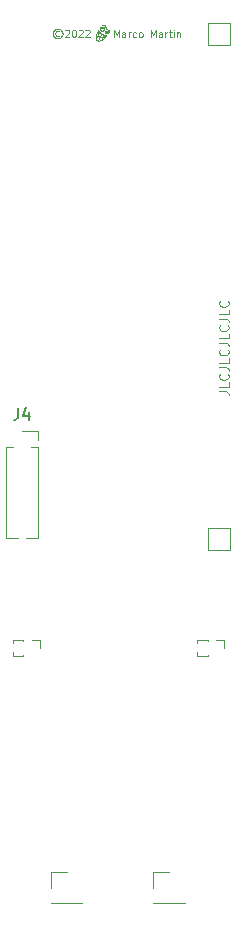
<source format=gbr>
%TF.GenerationSoftware,KiCad,Pcbnew,6.0.2*%
%TF.CreationDate,2022-05-05T15:52:23+02:00*%
%TF.ProjectId,espriktning-rear.sch,65737072-696b-4746-9e69-6e672d726561,rev?*%
%TF.SameCoordinates,Original*%
%TF.FileFunction,Legend,Top*%
%TF.FilePolarity,Positive*%
%FSLAX46Y46*%
G04 Gerber Fmt 4.6, Leading zero omitted, Abs format (unit mm)*
G04 Created by KiCad (PCBNEW 6.0.2) date 2022-05-05 15:52:23*
%MOMM*%
%LPD*%
G01*
G04 APERTURE LIST*
%ADD10C,0.045155*%
%ADD11C,0.120000*%
%ADD12C,0.100000*%
%ADD13C,0.150000*%
G04 APERTURE END LIST*
D10*
X39077889Y-30976250D02*
X39082922Y-30977953D01*
X38570702Y-30631891D02*
X38577758Y-30627368D01*
X38421562Y-31035774D02*
X38435849Y-31056413D01*
X38667933Y-30602191D02*
X38667933Y-30602191D01*
X38133570Y-31425056D02*
X38145937Y-31364655D01*
X38969071Y-31156316D02*
X38965484Y-31152553D01*
X38499453Y-31130985D02*
X38516947Y-31147686D01*
X38790901Y-30653126D02*
X38796659Y-30659166D01*
X38422695Y-31433409D02*
X38403462Y-31414155D01*
X38127121Y-31481294D02*
X38133570Y-31425056D01*
X38650152Y-30949100D02*
X38641449Y-30947994D01*
X38563884Y-30636740D02*
X38570702Y-30631891D01*
X38943914Y-31116961D02*
X38942211Y-31111928D01*
X38497562Y-30741047D02*
X38499504Y-30732633D01*
X39013459Y-31183175D02*
X39008425Y-31181472D01*
X39153448Y-31068636D02*
X39153866Y-31074138D01*
X38499504Y-30819556D02*
X38497562Y-30811142D01*
X38676882Y-30602418D02*
X38685713Y-30603089D01*
X38958863Y-31144530D02*
X38955842Y-31140283D01*
X38937341Y-31079713D02*
X38937341Y-31079713D01*
X38807288Y-30672045D02*
X38812136Y-30678864D01*
X38173890Y-31696803D02*
X38154930Y-31662769D01*
X38494927Y-30758314D02*
X38496033Y-30749611D01*
X38608139Y-30939445D02*
X38600242Y-30936332D01*
X38403462Y-31414155D02*
X38386188Y-31391977D01*
X38634962Y-31232409D02*
X38656766Y-31244050D01*
X39022867Y-31340568D02*
X39022867Y-31340568D01*
X38910257Y-30491007D02*
X38910257Y-30491007D01*
X38608139Y-30612744D02*
X38616219Y-30610010D01*
X38496033Y-30802578D02*
X38494927Y-30793875D01*
X39003506Y-30979893D02*
X39008425Y-30977953D01*
X38585040Y-30623180D02*
X38592538Y-30619340D01*
X38557314Y-30910287D02*
X38551004Y-30904821D01*
X38676882Y-30949772D02*
X38667933Y-30949998D01*
X38154930Y-31662769D02*
X38140495Y-31624108D01*
X38828170Y-30708404D02*
X38831284Y-30716301D01*
X38528578Y-30880144D02*
X38523729Y-30873326D01*
X38544964Y-30653126D02*
X38551004Y-30647368D01*
X39012889Y-31346269D02*
X38941962Y-31388092D01*
X38743327Y-30619340D02*
X38750825Y-30623180D01*
X38852370Y-31313615D02*
X38906994Y-31324858D01*
X39013459Y-30976250D02*
X39018600Y-30974790D01*
X39135505Y-31140283D02*
X39132485Y-31144530D01*
X38836361Y-30732633D02*
X38838303Y-30741047D01*
X39149137Y-31111928D02*
X39147433Y-31116961D01*
X38802125Y-30665476D02*
X38807288Y-30672045D01*
X38758215Y-31635336D02*
X38705194Y-31675850D01*
X38945854Y-31121881D02*
X38943914Y-31116961D01*
X38994036Y-30984455D02*
X38998707Y-30982062D01*
X38409862Y-31797667D02*
X38367040Y-31798628D01*
X39092641Y-30982062D02*
X39097312Y-30984455D01*
X38632885Y-30946465D02*
X38624472Y-30944523D01*
X38260165Y-31083296D02*
X38306306Y-31003481D01*
X39045674Y-31188046D02*
X39045674Y-31188046D01*
X38941962Y-31388092D02*
X38870888Y-31423777D01*
X38331830Y-31099991D02*
X38337178Y-31048014D01*
X38698383Y-31482083D02*
X38665657Y-31487828D01*
X39040099Y-30971520D02*
X39045674Y-30971380D01*
X38224266Y-31750617D02*
X38197095Y-31726117D01*
X38989499Y-31172362D02*
X38985104Y-31169544D01*
X39138323Y-31023538D02*
X39140932Y-31028075D01*
X39122277Y-31156316D02*
X39118515Y-31159903D01*
X38338901Y-31272471D02*
X38333086Y-31234510D01*
X38650152Y-30603089D02*
X38658984Y-30602418D01*
X39256638Y-30928616D02*
X39238108Y-31088265D01*
X38989499Y-30987063D02*
X38994036Y-30984455D01*
X39087842Y-31179532D02*
X39082922Y-31181472D01*
X38940751Y-31106787D02*
X38939542Y-31101546D01*
X38980856Y-30992901D02*
X38985104Y-30989881D01*
X38824687Y-30851489D02*
X38820847Y-30858987D01*
X39056750Y-31187487D02*
X39051249Y-31187905D01*
X38955842Y-31019143D02*
X38958863Y-31014895D01*
X39125864Y-31152553D02*
X39122277Y-31156316D01*
X38550971Y-31762185D02*
X38502106Y-31779539D01*
X38164502Y-31300186D02*
X38189542Y-31231741D01*
X38515019Y-30693202D02*
X38519206Y-30685919D01*
X39106244Y-30989881D02*
X39110491Y-30992901D01*
X39143324Y-31126680D02*
X39140932Y-31131351D01*
X39114584Y-31163308D02*
X39110491Y-31166524D01*
X38937900Y-31068636D02*
X38938589Y-31063215D01*
X39023841Y-31185845D02*
X39018600Y-31184635D01*
X38435849Y-31056413D02*
X38450785Y-31076243D01*
X39029176Y-31186798D02*
X39023841Y-31185845D01*
X38771982Y-30915449D02*
X38765164Y-30920298D01*
X38511178Y-30851489D02*
X38507696Y-30843786D01*
X38347230Y-31307120D02*
X38338901Y-31272471D01*
X39077889Y-31183175D02*
X39072748Y-31184635D01*
X38812136Y-30678864D02*
X38816659Y-30685919D01*
X38585040Y-30929009D02*
X38577758Y-30924821D01*
X38841610Y-30785044D02*
X38840938Y-30793875D01*
X38386188Y-31391977D02*
X38370984Y-31366796D01*
X39110491Y-31166524D02*
X39106244Y-31169544D01*
X38831284Y-30716301D02*
X38834018Y-30724381D01*
X39092641Y-31177363D02*
X39087842Y-31179532D01*
X38727727Y-30939445D02*
X38719646Y-30942179D01*
X39101848Y-30987063D02*
X39106244Y-30989881D01*
X38819029Y-31312059D02*
X38608064Y-31733989D01*
X38577758Y-30924821D02*
X38570702Y-30920298D01*
X38834018Y-30724381D02*
X38836361Y-30732633D01*
X39023841Y-30973580D02*
X39029176Y-30972628D01*
X39067507Y-30973580D02*
X39072748Y-30974790D01*
X38655104Y-30488156D02*
X38910257Y-30491007D01*
X38942211Y-31111928D02*
X38940751Y-31106787D01*
X38980856Y-31166524D02*
X38976764Y-31163308D01*
X38326791Y-31794310D02*
X38289393Y-31784807D01*
X38950416Y-31131351D02*
X38948023Y-31126680D01*
X38963838Y-31333813D02*
X39022867Y-31340568D01*
X38725749Y-31274938D02*
X38749920Y-31283925D01*
X38758108Y-30924821D02*
X38750825Y-30929009D01*
X39153448Y-31090789D02*
X39152759Y-31096211D01*
X38641449Y-30947994D02*
X38632885Y-30946465D01*
X38802125Y-30886713D02*
X38796659Y-30893023D01*
X38750825Y-30929009D02*
X38743327Y-30932849D01*
X38370984Y-31366796D02*
X38357961Y-31338536D01*
X38834018Y-30827808D02*
X38831284Y-30835888D01*
X38836361Y-30819556D02*
X38834018Y-30827808D01*
X39154007Y-31079713D02*
X39153866Y-31085287D01*
X38945854Y-31037544D02*
X38948023Y-31032746D01*
X38507696Y-30708404D02*
X38511178Y-30700700D01*
X38796659Y-30893023D02*
X38790901Y-30899063D01*
X38937341Y-31079713D02*
X38937482Y-31074138D01*
X39056750Y-30971939D02*
X39062172Y-30972628D01*
X38735624Y-30615857D02*
X38743327Y-30619340D01*
X38517000Y-31482723D02*
X38491040Y-31474395D01*
X39143324Y-31032746D02*
X39145494Y-31037544D01*
X38221337Y-31159413D02*
X38260165Y-31083296D01*
X38743327Y-30932849D02*
X38735624Y-30936332D01*
X38652794Y-31710434D02*
X38601294Y-31739181D01*
X38731849Y-31474263D02*
X38698383Y-31482083D01*
X38998707Y-30982062D02*
X39003506Y-30979893D01*
X38976764Y-30996118D02*
X38980856Y-30992901D01*
X38658984Y-30602418D02*
X38667933Y-30602191D01*
X38633782Y-31491420D02*
X38602867Y-31492783D01*
X39129269Y-31148623D02*
X39125864Y-31152553D01*
X38937482Y-31085287D02*
X38937341Y-31079713D01*
X39118515Y-31159903D02*
X39114584Y-31163308D01*
X39045674Y-30971380D02*
X39045674Y-30971380D01*
X38800555Y-31452707D02*
X38765943Y-31464445D01*
X38950416Y-31028075D02*
X38953024Y-31023538D01*
X39097312Y-30984455D02*
X39101848Y-30987063D01*
X39132485Y-31144530D02*
X39129269Y-31148623D01*
X38702980Y-30946465D02*
X38694416Y-30947994D01*
X38955842Y-31140283D02*
X38953024Y-31135887D01*
X38357961Y-31338536D02*
X38347230Y-31307120D01*
X38749920Y-31283925D02*
X38800000Y-31300000D01*
X38466367Y-31095274D02*
X38482591Y-31113518D01*
X38667933Y-30949998D02*
X38658984Y-30949772D01*
X38551004Y-30904821D02*
X38544964Y-30899063D01*
X38758108Y-30627368D02*
X38765164Y-30631891D01*
X39101848Y-31172362D02*
X39097312Y-31174971D01*
X38840938Y-30793875D02*
X38839832Y-30802578D01*
X39034597Y-31187487D02*
X39029176Y-31186798D01*
X38255126Y-31770212D02*
X38224266Y-31750617D01*
X38938589Y-31063215D02*
X38939542Y-31057880D01*
X39153866Y-31074138D02*
X39154007Y-31079713D01*
X38985104Y-30989881D02*
X38989499Y-30987063D01*
X38711394Y-30944523D02*
X38702980Y-30946465D01*
X38679168Y-31255011D02*
X38702163Y-31265304D01*
X38962079Y-31010803D02*
X38965484Y-31006872D01*
X39051249Y-31187905D02*
X39045674Y-31188046D01*
X39018600Y-30974790D02*
X39023841Y-30973580D01*
X38702163Y-31265304D02*
X38725749Y-31274938D01*
X38906994Y-31324858D02*
X38963838Y-31333813D01*
X38360038Y-30920064D02*
X38360038Y-30920064D01*
X38958863Y-31014895D02*
X38962079Y-31010803D01*
X39051249Y-30971520D02*
X39056750Y-30971939D01*
X38632885Y-30605724D02*
X38641449Y-30604195D01*
X38557314Y-30641902D02*
X38563884Y-30636740D01*
X38840938Y-30758314D02*
X38841610Y-30767146D01*
X38515019Y-30858987D02*
X38511178Y-30851489D01*
X39045674Y-30971380D02*
X39051249Y-30971520D01*
X38494927Y-30793875D02*
X38494256Y-30785044D01*
X38553817Y-31178833D02*
X38573184Y-31193300D01*
X38439863Y-31069735D02*
X38151924Y-31634208D01*
X38450785Y-31076243D02*
X38466367Y-31095274D01*
X38494256Y-30767146D02*
X38494927Y-30758314D01*
X38841836Y-30776095D02*
X38841836Y-30776095D01*
X38523729Y-30873326D02*
X38519206Y-30866270D01*
X38502106Y-31779539D02*
X38454976Y-31791335D01*
X38727727Y-30612744D02*
X38735624Y-30615857D01*
X38969071Y-31003110D02*
X38972833Y-30999522D01*
X39067507Y-31185845D02*
X39062172Y-31186798D01*
X38140495Y-31624108D02*
X38130862Y-31580914D01*
X38765943Y-31464445D02*
X38731849Y-31474263D01*
X38939542Y-31101546D02*
X38938589Y-31096211D01*
X38494029Y-30776095D02*
X38494029Y-30776095D01*
X38778551Y-30641902D02*
X38784861Y-30647368D01*
X39150596Y-31052638D02*
X39151806Y-31057880D01*
X38511178Y-30700700D02*
X38515019Y-30693202D01*
X39008425Y-30977953D02*
X39013459Y-30976250D01*
X38918211Y-31477287D02*
X38865002Y-31536148D01*
X38504582Y-30716301D02*
X38507696Y-30708404D01*
X38454976Y-31791335D02*
X38409862Y-31797667D01*
X38811577Y-31588800D02*
X38758215Y-31635336D01*
X38994036Y-31174971D02*
X38989499Y-31172362D01*
X38624472Y-30944523D02*
X38616219Y-30942179D01*
X39062172Y-30972628D02*
X39067507Y-30973580D01*
X39029176Y-30972628D02*
X39034597Y-30971939D01*
X38360038Y-30920064D02*
X38371008Y-30944911D01*
X38765164Y-30920298D02*
X38758108Y-30924821D01*
X39256638Y-30928616D02*
X39256638Y-30928616D01*
X38533740Y-30886713D02*
X38528578Y-30880144D01*
X38685713Y-30603089D02*
X38694416Y-30604195D01*
X39153866Y-31085287D02*
X39153448Y-31090789D01*
X39118515Y-30999522D02*
X39122277Y-31003110D01*
X38394959Y-30992026D02*
X38407931Y-31014315D01*
X38831284Y-30835888D02*
X38828170Y-30843786D01*
X38494029Y-30776095D02*
X38494256Y-30767146D01*
X39135505Y-31019143D02*
X39138323Y-31023538D01*
X38443776Y-31449816D02*
X38422695Y-31433409D01*
X38602363Y-31226533D02*
X38314424Y-31791006D01*
X38482591Y-31113518D02*
X38499453Y-31130985D01*
X39145494Y-31037544D02*
X39147433Y-31042464D01*
X38528578Y-30672045D02*
X38533740Y-30665476D01*
X38600242Y-30615857D02*
X38608139Y-30612744D01*
X39154007Y-31079713D02*
X39154007Y-31079713D01*
X38577758Y-30627368D02*
X38585040Y-30623180D01*
X38694416Y-30604195D02*
X38702980Y-30605724D01*
X38289393Y-31784807D02*
X38255126Y-31770212D01*
X38656766Y-31244050D02*
X38679168Y-31255011D01*
X38965484Y-31006872D02*
X38969071Y-31003110D01*
X38838303Y-30741047D02*
X38839832Y-30749611D01*
X39150596Y-31106787D02*
X39149137Y-31111928D01*
X38962079Y-31148623D02*
X38958863Y-31144530D01*
X38736354Y-30687717D02*
X38736250Y-30691825D01*
X38736250Y-30691825D02*
X38735942Y-30695879D01*
X38735942Y-30695879D02*
X38735434Y-30699874D01*
X38735434Y-30699874D02*
X38734732Y-30703805D01*
X38734732Y-30703805D02*
X38733841Y-30707667D01*
X38733841Y-30707667D02*
X38732765Y-30711455D01*
X38732765Y-30711455D02*
X38731510Y-30715164D01*
X38731510Y-30715164D02*
X38730081Y-30718789D01*
X38730081Y-30718789D02*
X38728482Y-30722325D01*
X38728482Y-30722325D02*
X38726719Y-30725767D01*
X38726719Y-30725767D02*
X38724797Y-30729109D01*
X38724797Y-30729109D02*
X38722721Y-30732348D01*
X38722721Y-30732348D02*
X38720495Y-30735478D01*
X38720495Y-30735478D02*
X38718126Y-30738493D01*
X38718126Y-30738493D02*
X38715617Y-30741390D01*
X38715617Y-30741390D02*
X38712974Y-30744162D01*
X38712974Y-30744162D02*
X38710201Y-30746805D01*
X38710201Y-30746805D02*
X38707305Y-30749314D01*
X38707305Y-30749314D02*
X38704290Y-30751684D01*
X38704290Y-30751684D02*
X38701160Y-30753909D01*
X38701160Y-30753909D02*
X38697921Y-30755985D01*
X38697921Y-30755985D02*
X38694578Y-30757908D01*
X38694578Y-30757908D02*
X38691136Y-30759670D01*
X38691136Y-30759670D02*
X38687601Y-30761269D01*
X38687601Y-30761269D02*
X38683976Y-30762698D01*
X38683976Y-30762698D02*
X38680267Y-30763953D01*
X38680267Y-30763953D02*
X38676479Y-30765029D01*
X38676479Y-30765029D02*
X38672617Y-30765920D01*
X38672617Y-30765920D02*
X38668686Y-30766622D01*
X38668686Y-30766622D02*
X38664691Y-30767130D01*
X38664691Y-30767130D02*
X38660637Y-30767438D01*
X38660637Y-30767438D02*
X38656529Y-30767542D01*
X38656529Y-30767542D02*
X38652422Y-30767438D01*
X38652422Y-30767438D02*
X38648368Y-30767130D01*
X38648368Y-30767130D02*
X38644373Y-30766622D01*
X38644373Y-30766622D02*
X38640442Y-30765920D01*
X38640442Y-30765920D02*
X38636580Y-30765029D01*
X38636580Y-30765029D02*
X38632792Y-30763953D01*
X38632792Y-30763953D02*
X38629083Y-30762698D01*
X38629083Y-30762698D02*
X38625458Y-30761269D01*
X38625458Y-30761269D02*
X38621922Y-30759670D01*
X38621922Y-30759670D02*
X38618480Y-30757908D01*
X38618480Y-30757908D02*
X38615137Y-30755985D01*
X38615137Y-30755985D02*
X38611899Y-30753909D01*
X38611899Y-30753909D02*
X38608769Y-30751684D01*
X38608769Y-30751684D02*
X38605754Y-30749314D01*
X38605754Y-30749314D02*
X38602857Y-30746805D01*
X38602857Y-30746805D02*
X38600085Y-30744162D01*
X38600085Y-30744162D02*
X38597442Y-30741390D01*
X38597442Y-30741390D02*
X38594933Y-30738493D01*
X38594933Y-30738493D02*
X38592563Y-30735478D01*
X38592563Y-30735478D02*
X38590338Y-30732348D01*
X38590338Y-30732348D02*
X38588261Y-30729109D01*
X38588261Y-30729109D02*
X38586339Y-30725767D01*
X38586339Y-30725767D02*
X38584576Y-30722325D01*
X38584576Y-30722325D02*
X38582978Y-30718789D01*
X38582978Y-30718789D02*
X38581549Y-30715164D01*
X38581549Y-30715164D02*
X38580294Y-30711455D01*
X38580294Y-30711455D02*
X38579218Y-30707667D01*
X38579218Y-30707667D02*
X38578327Y-30703805D01*
X38578327Y-30703805D02*
X38577625Y-30699874D01*
X38577625Y-30699874D02*
X38577117Y-30695879D01*
X38577117Y-30695879D02*
X38576809Y-30691825D01*
X38576809Y-30691825D02*
X38576705Y-30687717D01*
X38576705Y-30687717D02*
X38576809Y-30683610D01*
X38576809Y-30683610D02*
X38577117Y-30679556D01*
X38577117Y-30679556D02*
X38577625Y-30675561D01*
X38577625Y-30675561D02*
X38578327Y-30671630D01*
X38578327Y-30671630D02*
X38579218Y-30667768D01*
X38579218Y-30667768D02*
X38580294Y-30663980D01*
X38580294Y-30663980D02*
X38581549Y-30660271D01*
X38581549Y-30660271D02*
X38582978Y-30656646D01*
X38582978Y-30656646D02*
X38584576Y-30653110D01*
X38584576Y-30653110D02*
X38586339Y-30649668D01*
X38586339Y-30649668D02*
X38588261Y-30646326D01*
X38588261Y-30646326D02*
X38590338Y-30643087D01*
X38590338Y-30643087D02*
X38592563Y-30639957D01*
X38592563Y-30639957D02*
X38594933Y-30636942D01*
X38594933Y-30636942D02*
X38597442Y-30634045D01*
X38597442Y-30634045D02*
X38600085Y-30631273D01*
X38600085Y-30631273D02*
X38602857Y-30628630D01*
X38602857Y-30628630D02*
X38605754Y-30626121D01*
X38605754Y-30626121D02*
X38608769Y-30623751D01*
X38608769Y-30623751D02*
X38611899Y-30621526D01*
X38611899Y-30621526D02*
X38615137Y-30619449D01*
X38615137Y-30619449D02*
X38618480Y-30617527D01*
X38618480Y-30617527D02*
X38621922Y-30615765D01*
X38621922Y-30615765D02*
X38625458Y-30614166D01*
X38625458Y-30614166D02*
X38629083Y-30612737D01*
X38629083Y-30612737D02*
X38632792Y-30611482D01*
X38632792Y-30611482D02*
X38636580Y-30610406D01*
X38636580Y-30610406D02*
X38640442Y-30609515D01*
X38640442Y-30609515D02*
X38644373Y-30608813D01*
X38644373Y-30608813D02*
X38648368Y-30608305D01*
X38648368Y-30608305D02*
X38652422Y-30607997D01*
X38652422Y-30607997D02*
X38656529Y-30607893D01*
X38656529Y-30607893D02*
X38660637Y-30607997D01*
X38660637Y-30607997D02*
X38664691Y-30608305D01*
X38664691Y-30608305D02*
X38668686Y-30608813D01*
X38668686Y-30608813D02*
X38672617Y-30609515D01*
X38672617Y-30609515D02*
X38676479Y-30610406D01*
X38676479Y-30610406D02*
X38680267Y-30611482D01*
X38680267Y-30611482D02*
X38683976Y-30612737D01*
X38683976Y-30612737D02*
X38687601Y-30614166D01*
X38687601Y-30614166D02*
X38691136Y-30615765D01*
X38691136Y-30615765D02*
X38694578Y-30617527D01*
X38694578Y-30617527D02*
X38697921Y-30619449D01*
X38697921Y-30619449D02*
X38701160Y-30621526D01*
X38701160Y-30621526D02*
X38704290Y-30623751D01*
X38704290Y-30623751D02*
X38707305Y-30626121D01*
X38707305Y-30626121D02*
X38710201Y-30628630D01*
X38710201Y-30628630D02*
X38712974Y-30631273D01*
X38712974Y-30631273D02*
X38715617Y-30634045D01*
X38715617Y-30634045D02*
X38718126Y-30636942D01*
X38718126Y-30636942D02*
X38720495Y-30639957D01*
X38720495Y-30639957D02*
X38722721Y-30643087D01*
X38722721Y-30643087D02*
X38724797Y-30646326D01*
X38724797Y-30646326D02*
X38726719Y-30649668D01*
X38726719Y-30649668D02*
X38728482Y-30653110D01*
X38728482Y-30653110D02*
X38730081Y-30656646D01*
X38730081Y-30656646D02*
X38731510Y-30660271D01*
X38731510Y-30660271D02*
X38732765Y-30663980D01*
X38732765Y-30663980D02*
X38733841Y-30667768D01*
X38733841Y-30667768D02*
X38734732Y-30671630D01*
X38734732Y-30671630D02*
X38735434Y-30675561D01*
X38735434Y-30675561D02*
X38735942Y-30679556D01*
X38735942Y-30679556D02*
X38736250Y-30683610D01*
X38736250Y-30683610D02*
X38736354Y-30687717D01*
X38736354Y-30687717D02*
X38736354Y-30687717D01*
G36*
X38660637Y-30607997D02*
G01*
X38664691Y-30608305D01*
X38668686Y-30608813D01*
X38672617Y-30609515D01*
X38676479Y-30610406D01*
X38680267Y-30611482D01*
X38683976Y-30612737D01*
X38687601Y-30614166D01*
X38691136Y-30615765D01*
X38694578Y-30617527D01*
X38697921Y-30619449D01*
X38701160Y-30621526D01*
X38704290Y-30623751D01*
X38707305Y-30626121D01*
X38710201Y-30628630D01*
X38712974Y-30631273D01*
X38715617Y-30634045D01*
X38718126Y-30636942D01*
X38720495Y-30639957D01*
X38722721Y-30643087D01*
X38724797Y-30646326D01*
X38726719Y-30649668D01*
X38728482Y-30653110D01*
X38730081Y-30656646D01*
X38731510Y-30660271D01*
X38732765Y-30663980D01*
X38733841Y-30667768D01*
X38734732Y-30671630D01*
X38735434Y-30675561D01*
X38735942Y-30679556D01*
X38736250Y-30683610D01*
X38736354Y-30687717D01*
X38736250Y-30691825D01*
X38735942Y-30695879D01*
X38735434Y-30699874D01*
X38734732Y-30703805D01*
X38733841Y-30707667D01*
X38732765Y-30711455D01*
X38731510Y-30715164D01*
X38730081Y-30718789D01*
X38728482Y-30722325D01*
X38726719Y-30725767D01*
X38724797Y-30729109D01*
X38722721Y-30732348D01*
X38720495Y-30735478D01*
X38718126Y-30738493D01*
X38715617Y-30741390D01*
X38712974Y-30744162D01*
X38710201Y-30746805D01*
X38707305Y-30749314D01*
X38704290Y-30751684D01*
X38701160Y-30753909D01*
X38697921Y-30755985D01*
X38694578Y-30757908D01*
X38691136Y-30759670D01*
X38687601Y-30761269D01*
X38683976Y-30762698D01*
X38680267Y-30763953D01*
X38676479Y-30765029D01*
X38672617Y-30765920D01*
X38668686Y-30766622D01*
X38664691Y-30767130D01*
X38660637Y-30767438D01*
X38656529Y-30767542D01*
X38652422Y-30767438D01*
X38648368Y-30767130D01*
X38644373Y-30766622D01*
X38640442Y-30765920D01*
X38636580Y-30765029D01*
X38632792Y-30763953D01*
X38629083Y-30762698D01*
X38625458Y-30761269D01*
X38621922Y-30759670D01*
X38618480Y-30757908D01*
X38615137Y-30755985D01*
X38611899Y-30753909D01*
X38608769Y-30751684D01*
X38605754Y-30749314D01*
X38602857Y-30746805D01*
X38600085Y-30744162D01*
X38597442Y-30741390D01*
X38594933Y-30738493D01*
X38592563Y-30735478D01*
X38590338Y-30732348D01*
X38588261Y-30729109D01*
X38586339Y-30725767D01*
X38584576Y-30722325D01*
X38582978Y-30718789D01*
X38581549Y-30715164D01*
X38580294Y-30711455D01*
X38579218Y-30707667D01*
X38578327Y-30703805D01*
X38577625Y-30699874D01*
X38577117Y-30695879D01*
X38576809Y-30691825D01*
X38576705Y-30687717D01*
X38576809Y-30683610D01*
X38577117Y-30679556D01*
X38577625Y-30675561D01*
X38578327Y-30671630D01*
X38579218Y-30667768D01*
X38580294Y-30663980D01*
X38581549Y-30660271D01*
X38582978Y-30656646D01*
X38584576Y-30653110D01*
X38586339Y-30649668D01*
X38588261Y-30646326D01*
X38590338Y-30643087D01*
X38592563Y-30639957D01*
X38594933Y-30636942D01*
X38597442Y-30634045D01*
X38600085Y-30631273D01*
X38602857Y-30628630D01*
X38605754Y-30626121D01*
X38608769Y-30623751D01*
X38611899Y-30621526D01*
X38615137Y-30619449D01*
X38618480Y-30617527D01*
X38621922Y-30615765D01*
X38625458Y-30614166D01*
X38629083Y-30612737D01*
X38632792Y-30611482D01*
X38636580Y-30610406D01*
X38640442Y-30609515D01*
X38644373Y-30608813D01*
X38648368Y-30608305D01*
X38652422Y-30607997D01*
X38656529Y-30607893D01*
X38660637Y-30607997D01*
G37*
X38660637Y-30607997D02*
X38664691Y-30608305D01*
X38668686Y-30608813D01*
X38672617Y-30609515D01*
X38676479Y-30610406D01*
X38680267Y-30611482D01*
X38683976Y-30612737D01*
X38687601Y-30614166D01*
X38691136Y-30615765D01*
X38694578Y-30617527D01*
X38697921Y-30619449D01*
X38701160Y-30621526D01*
X38704290Y-30623751D01*
X38707305Y-30626121D01*
X38710201Y-30628630D01*
X38712974Y-30631273D01*
X38715617Y-30634045D01*
X38718126Y-30636942D01*
X38720495Y-30639957D01*
X38722721Y-30643087D01*
X38724797Y-30646326D01*
X38726719Y-30649668D01*
X38728482Y-30653110D01*
X38730081Y-30656646D01*
X38731510Y-30660271D01*
X38732765Y-30663980D01*
X38733841Y-30667768D01*
X38734732Y-30671630D01*
X38735434Y-30675561D01*
X38735942Y-30679556D01*
X38736250Y-30683610D01*
X38736354Y-30687717D01*
X38736250Y-30691825D01*
X38735942Y-30695879D01*
X38735434Y-30699874D01*
X38734732Y-30703805D01*
X38733841Y-30707667D01*
X38732765Y-30711455D01*
X38731510Y-30715164D01*
X38730081Y-30718789D01*
X38728482Y-30722325D01*
X38726719Y-30725767D01*
X38724797Y-30729109D01*
X38722721Y-30732348D01*
X38720495Y-30735478D01*
X38718126Y-30738493D01*
X38715617Y-30741390D01*
X38712974Y-30744162D01*
X38710201Y-30746805D01*
X38707305Y-30749314D01*
X38704290Y-30751684D01*
X38701160Y-30753909D01*
X38697921Y-30755985D01*
X38694578Y-30757908D01*
X38691136Y-30759670D01*
X38687601Y-30761269D01*
X38683976Y-30762698D01*
X38680267Y-30763953D01*
X38676479Y-30765029D01*
X38672617Y-30765920D01*
X38668686Y-30766622D01*
X38664691Y-30767130D01*
X38660637Y-30767438D01*
X38656529Y-30767542D01*
X38652422Y-30767438D01*
X38648368Y-30767130D01*
X38644373Y-30766622D01*
X38640442Y-30765920D01*
X38636580Y-30765029D01*
X38632792Y-30763953D01*
X38629083Y-30762698D01*
X38625458Y-30761269D01*
X38621922Y-30759670D01*
X38618480Y-30757908D01*
X38615137Y-30755985D01*
X38611899Y-30753909D01*
X38608769Y-30751684D01*
X38605754Y-30749314D01*
X38602857Y-30746805D01*
X38600085Y-30744162D01*
X38597442Y-30741390D01*
X38594933Y-30738493D01*
X38592563Y-30735478D01*
X38590338Y-30732348D01*
X38588261Y-30729109D01*
X38586339Y-30725767D01*
X38584576Y-30722325D01*
X38582978Y-30718789D01*
X38581549Y-30715164D01*
X38580294Y-30711455D01*
X38579218Y-30707667D01*
X38578327Y-30703805D01*
X38577625Y-30699874D01*
X38577117Y-30695879D01*
X38576809Y-30691825D01*
X38576705Y-30687717D01*
X38576809Y-30683610D01*
X38577117Y-30679556D01*
X38577625Y-30675561D01*
X38578327Y-30671630D01*
X38579218Y-30667768D01*
X38580294Y-30663980D01*
X38581549Y-30660271D01*
X38582978Y-30656646D01*
X38584576Y-30653110D01*
X38586339Y-30649668D01*
X38588261Y-30646326D01*
X38590338Y-30643087D01*
X38592563Y-30639957D01*
X38594933Y-30636942D01*
X38597442Y-30634045D01*
X38600085Y-30631273D01*
X38602857Y-30628630D01*
X38605754Y-30626121D01*
X38608769Y-30623751D01*
X38611899Y-30621526D01*
X38615137Y-30619449D01*
X38618480Y-30617527D01*
X38621922Y-30615765D01*
X38625458Y-30614166D01*
X38629083Y-30612737D01*
X38632792Y-30611482D01*
X38636580Y-30610406D01*
X38640442Y-30609515D01*
X38644373Y-30608813D01*
X38648368Y-30608305D01*
X38652422Y-30607997D01*
X38656529Y-30607893D01*
X38660637Y-30607997D01*
X39022867Y-31340568D02*
X38970926Y-31412125D01*
X38570702Y-30920298D02*
X38563884Y-30915449D01*
X38828170Y-30843786D02*
X38824687Y-30851489D01*
X39062172Y-31186798D02*
X39056750Y-31187487D01*
X38816659Y-30685919D02*
X38820847Y-30693202D01*
X38665657Y-31487828D02*
X38633782Y-31491420D01*
X38551004Y-30647368D02*
X38557314Y-30641902D01*
X38306306Y-31003481D02*
X38360038Y-30920064D01*
X38519206Y-30685919D02*
X38523729Y-30678864D01*
X39110491Y-30992901D02*
X39114584Y-30996118D01*
X38838303Y-30811142D02*
X38836361Y-30819556D01*
X39082922Y-30977953D02*
X39087842Y-30979893D01*
X38616219Y-30610010D02*
X38624472Y-30607666D01*
X38667933Y-30949998D02*
X38667933Y-30949998D01*
X38820847Y-30693202D02*
X38824687Y-30700700D01*
X39125864Y-31006872D02*
X39129269Y-31010803D01*
X38943914Y-31042464D02*
X38945854Y-31037544D01*
X38494256Y-30785044D02*
X38494029Y-30776095D01*
X38539206Y-30893023D02*
X38533740Y-30886713D01*
X38972833Y-31159903D02*
X38969071Y-31156316D01*
X38816659Y-30866270D02*
X38812136Y-30873326D01*
X38778551Y-30910287D02*
X38771982Y-30915449D01*
X38953024Y-31135887D02*
X38950416Y-31131351D01*
X38750825Y-30623180D02*
X38758108Y-30627368D01*
X38812136Y-30873326D02*
X38807288Y-30880144D01*
X38865002Y-31536148D02*
X38811577Y-31588800D01*
X38719646Y-30610010D02*
X38727727Y-30612744D01*
X39149137Y-31047498D02*
X39150596Y-31052638D01*
X38382649Y-30968894D02*
X38394959Y-30992026D01*
X39003051Y-31134767D02*
X39003116Y-31132208D01*
X39003116Y-31132208D02*
X39003308Y-31129683D01*
X39003308Y-31129683D02*
X39003624Y-31127194D01*
X39003624Y-31127194D02*
X39004061Y-31124746D01*
X39004061Y-31124746D02*
X39004616Y-31122340D01*
X39004616Y-31122340D02*
X39005286Y-31119980D01*
X39005286Y-31119980D02*
X39006068Y-31117670D01*
X39006068Y-31117670D02*
X39006959Y-31115411D01*
X39006959Y-31115411D02*
X39007954Y-31113209D01*
X39007954Y-31113209D02*
X39009053Y-31111065D01*
X39009053Y-31111065D02*
X39010250Y-31108982D01*
X39010250Y-31108982D02*
X39011543Y-31106965D01*
X39011543Y-31106965D02*
X39012930Y-31105015D01*
X39012930Y-31105015D02*
X39014406Y-31103137D01*
X39014406Y-31103137D02*
X39015969Y-31101332D01*
X39015969Y-31101332D02*
X39017615Y-31099605D01*
X39017615Y-31099605D02*
X39019342Y-31097959D01*
X39019342Y-31097959D02*
X39021147Y-31096396D01*
X39021147Y-31096396D02*
X39023025Y-31094920D01*
X39023025Y-31094920D02*
X39024975Y-31093533D01*
X39024975Y-31093533D02*
X39026992Y-31092240D01*
X39026992Y-31092240D02*
X39029075Y-31091042D01*
X39029075Y-31091042D02*
X39031219Y-31089944D01*
X39031219Y-31089944D02*
X39033422Y-31088948D01*
X39033422Y-31088948D02*
X39035680Y-31088058D01*
X39035680Y-31088058D02*
X39037990Y-31087276D01*
X39037990Y-31087276D02*
X39040350Y-31086606D01*
X39040350Y-31086606D02*
X39042756Y-31086051D01*
X39042756Y-31086051D02*
X39045205Y-31085614D01*
X39045205Y-31085614D02*
X39047693Y-31085297D01*
X39047693Y-31085297D02*
X39050219Y-31085105D01*
X39050219Y-31085105D02*
X39052777Y-31085041D01*
X39052777Y-31085041D02*
X39055336Y-31085105D01*
X39055336Y-31085105D02*
X39057862Y-31085297D01*
X39057862Y-31085297D02*
X39060350Y-31085614D01*
X39060350Y-31085614D02*
X39062799Y-31086051D01*
X39062799Y-31086051D02*
X39065205Y-31086606D01*
X39065205Y-31086606D02*
X39067565Y-31087276D01*
X39067565Y-31087276D02*
X39069875Y-31088058D01*
X39069875Y-31088058D02*
X39072133Y-31088948D01*
X39072133Y-31088948D02*
X39074336Y-31089944D01*
X39074336Y-31089944D02*
X39076480Y-31091042D01*
X39076480Y-31091042D02*
X39078563Y-31092240D01*
X39078563Y-31092240D02*
X39080580Y-31093533D01*
X39080580Y-31093533D02*
X39082530Y-31094920D01*
X39082530Y-31094920D02*
X39084408Y-31096396D01*
X39084408Y-31096396D02*
X39086213Y-31097959D01*
X39086213Y-31097959D02*
X39087940Y-31099605D01*
X39087940Y-31099605D02*
X39089586Y-31101332D01*
X39089586Y-31101332D02*
X39091149Y-31103137D01*
X39091149Y-31103137D02*
X39092625Y-31105015D01*
X39092625Y-31105015D02*
X39094012Y-31106965D01*
X39094012Y-31106965D02*
X39095305Y-31108982D01*
X39095305Y-31108982D02*
X39096502Y-31111065D01*
X39096502Y-31111065D02*
X39097601Y-31113209D01*
X39097601Y-31113209D02*
X39098596Y-31115411D01*
X39098596Y-31115411D02*
X39099487Y-31117670D01*
X39099487Y-31117670D02*
X39100269Y-31119980D01*
X39100269Y-31119980D02*
X39100939Y-31122340D01*
X39100939Y-31122340D02*
X39101494Y-31124746D01*
X39101494Y-31124746D02*
X39101931Y-31127194D01*
X39101931Y-31127194D02*
X39102247Y-31129683D01*
X39102247Y-31129683D02*
X39102439Y-31132208D01*
X39102439Y-31132208D02*
X39102504Y-31134767D01*
X39102504Y-31134767D02*
X39102439Y-31137326D01*
X39102439Y-31137326D02*
X39102247Y-31139852D01*
X39102247Y-31139852D02*
X39101931Y-31142340D01*
X39101931Y-31142340D02*
X39101494Y-31144789D01*
X39101494Y-31144789D02*
X39100939Y-31147195D01*
X39100939Y-31147195D02*
X39100269Y-31149554D01*
X39100269Y-31149554D02*
X39099487Y-31151865D01*
X39099487Y-31151865D02*
X39098596Y-31154123D01*
X39098596Y-31154123D02*
X39097601Y-31156326D01*
X39097601Y-31156326D02*
X39096502Y-31158470D01*
X39096502Y-31158470D02*
X39095305Y-31160552D01*
X39095305Y-31160552D02*
X39094012Y-31162570D01*
X39094012Y-31162570D02*
X39092625Y-31164520D01*
X39092625Y-31164520D02*
X39091149Y-31166398D01*
X39091149Y-31166398D02*
X39089586Y-31168202D01*
X39089586Y-31168202D02*
X39087940Y-31169929D01*
X39087940Y-31169929D02*
X39086213Y-31171576D01*
X39086213Y-31171576D02*
X39084408Y-31173139D01*
X39084408Y-31173139D02*
X39082530Y-31174615D01*
X39082530Y-31174615D02*
X39080580Y-31176001D01*
X39080580Y-31176001D02*
X39078563Y-31177295D01*
X39078563Y-31177295D02*
X39076480Y-31178492D01*
X39076480Y-31178492D02*
X39074336Y-31179590D01*
X39074336Y-31179590D02*
X39072133Y-31180586D01*
X39072133Y-31180586D02*
X39069875Y-31181477D01*
X39069875Y-31181477D02*
X39067565Y-31182258D01*
X39067565Y-31182258D02*
X39065205Y-31182928D01*
X39065205Y-31182928D02*
X39062799Y-31183484D01*
X39062799Y-31183484D02*
X39060350Y-31183921D01*
X39060350Y-31183921D02*
X39057862Y-31184237D01*
X39057862Y-31184237D02*
X39055336Y-31184429D01*
X39055336Y-31184429D02*
X39052777Y-31184494D01*
X39052777Y-31184494D02*
X39050219Y-31184429D01*
X39050219Y-31184429D02*
X39047693Y-31184237D01*
X39047693Y-31184237D02*
X39045205Y-31183921D01*
X39045205Y-31183921D02*
X39042756Y-31183484D01*
X39042756Y-31183484D02*
X39040350Y-31182928D01*
X39040350Y-31182928D02*
X39037990Y-31182258D01*
X39037990Y-31182258D02*
X39035680Y-31181477D01*
X39035680Y-31181477D02*
X39033422Y-31180586D01*
X39033422Y-31180586D02*
X39031219Y-31179590D01*
X39031219Y-31179590D02*
X39029075Y-31178492D01*
X39029075Y-31178492D02*
X39026992Y-31177295D01*
X39026992Y-31177295D02*
X39024975Y-31176001D01*
X39024975Y-31176001D02*
X39023025Y-31174615D01*
X39023025Y-31174615D02*
X39021147Y-31173139D01*
X39021147Y-31173139D02*
X39019342Y-31171576D01*
X39019342Y-31171576D02*
X39017615Y-31169929D01*
X39017615Y-31169929D02*
X39015969Y-31168202D01*
X39015969Y-31168202D02*
X39014406Y-31166398D01*
X39014406Y-31166398D02*
X39012930Y-31164520D01*
X39012930Y-31164520D02*
X39011543Y-31162570D01*
X39011543Y-31162570D02*
X39010250Y-31160552D01*
X39010250Y-31160552D02*
X39009053Y-31158470D01*
X39009053Y-31158470D02*
X39007954Y-31156326D01*
X39007954Y-31156326D02*
X39006959Y-31154123D01*
X39006959Y-31154123D02*
X39006068Y-31151865D01*
X39006068Y-31151865D02*
X39005286Y-31149554D01*
X39005286Y-31149554D02*
X39004616Y-31147195D01*
X39004616Y-31147195D02*
X39004061Y-31144789D01*
X39004061Y-31144789D02*
X39003624Y-31142340D01*
X39003624Y-31142340D02*
X39003308Y-31139852D01*
X39003308Y-31139852D02*
X39003116Y-31137326D01*
X39003116Y-31137326D02*
X39003051Y-31134767D01*
X39003051Y-31134767D02*
X39003051Y-31134767D01*
G36*
X39055336Y-31085105D02*
G01*
X39057862Y-31085297D01*
X39060350Y-31085614D01*
X39062799Y-31086051D01*
X39065205Y-31086606D01*
X39067565Y-31087276D01*
X39069875Y-31088058D01*
X39072133Y-31088948D01*
X39074336Y-31089944D01*
X39076480Y-31091042D01*
X39078563Y-31092240D01*
X39080580Y-31093533D01*
X39082530Y-31094920D01*
X39084408Y-31096396D01*
X39086213Y-31097959D01*
X39087940Y-31099605D01*
X39089586Y-31101332D01*
X39091149Y-31103137D01*
X39092625Y-31105015D01*
X39094012Y-31106965D01*
X39095305Y-31108982D01*
X39096502Y-31111065D01*
X39097601Y-31113209D01*
X39098596Y-31115411D01*
X39099487Y-31117670D01*
X39100269Y-31119980D01*
X39100939Y-31122340D01*
X39101494Y-31124746D01*
X39101931Y-31127194D01*
X39102247Y-31129683D01*
X39102439Y-31132208D01*
X39102504Y-31134767D01*
X39102439Y-31137326D01*
X39102247Y-31139852D01*
X39101931Y-31142340D01*
X39101494Y-31144789D01*
X39100939Y-31147195D01*
X39100269Y-31149554D01*
X39099487Y-31151865D01*
X39098596Y-31154123D01*
X39097601Y-31156326D01*
X39096502Y-31158470D01*
X39095305Y-31160552D01*
X39094012Y-31162570D01*
X39092625Y-31164520D01*
X39091149Y-31166398D01*
X39089586Y-31168202D01*
X39087940Y-31169929D01*
X39086213Y-31171576D01*
X39084408Y-31173139D01*
X39082530Y-31174615D01*
X39080580Y-31176001D01*
X39078563Y-31177295D01*
X39076480Y-31178492D01*
X39074336Y-31179590D01*
X39072133Y-31180586D01*
X39069875Y-31181477D01*
X39067565Y-31182258D01*
X39065205Y-31182928D01*
X39062799Y-31183484D01*
X39060350Y-31183921D01*
X39057862Y-31184237D01*
X39055336Y-31184429D01*
X39052777Y-31184494D01*
X39050219Y-31184429D01*
X39047693Y-31184237D01*
X39045205Y-31183921D01*
X39042756Y-31183484D01*
X39040350Y-31182928D01*
X39037990Y-31182258D01*
X39035680Y-31181477D01*
X39033422Y-31180586D01*
X39031219Y-31179590D01*
X39029075Y-31178492D01*
X39026992Y-31177295D01*
X39024975Y-31176001D01*
X39023025Y-31174615D01*
X39021147Y-31173139D01*
X39019342Y-31171576D01*
X39017615Y-31169929D01*
X39015969Y-31168202D01*
X39014406Y-31166398D01*
X39012930Y-31164520D01*
X39011543Y-31162570D01*
X39010250Y-31160552D01*
X39009053Y-31158470D01*
X39007954Y-31156326D01*
X39006959Y-31154123D01*
X39006068Y-31151865D01*
X39005286Y-31149554D01*
X39004616Y-31147195D01*
X39004061Y-31144789D01*
X39003624Y-31142340D01*
X39003308Y-31139852D01*
X39003116Y-31137326D01*
X39003051Y-31134767D01*
X39003116Y-31132208D01*
X39003308Y-31129683D01*
X39003624Y-31127194D01*
X39004061Y-31124746D01*
X39004616Y-31122340D01*
X39005286Y-31119980D01*
X39006068Y-31117670D01*
X39006959Y-31115411D01*
X39007954Y-31113209D01*
X39009053Y-31111065D01*
X39010250Y-31108982D01*
X39011543Y-31106965D01*
X39012930Y-31105015D01*
X39014406Y-31103137D01*
X39015969Y-31101332D01*
X39017615Y-31099605D01*
X39019342Y-31097959D01*
X39021147Y-31096396D01*
X39023025Y-31094920D01*
X39024975Y-31093533D01*
X39026992Y-31092240D01*
X39029075Y-31091042D01*
X39031219Y-31089944D01*
X39033422Y-31088948D01*
X39035680Y-31088058D01*
X39037990Y-31087276D01*
X39040350Y-31086606D01*
X39042756Y-31086051D01*
X39045205Y-31085614D01*
X39047693Y-31085297D01*
X39050219Y-31085105D01*
X39052777Y-31085041D01*
X39055336Y-31085105D01*
G37*
X39055336Y-31085105D02*
X39057862Y-31085297D01*
X39060350Y-31085614D01*
X39062799Y-31086051D01*
X39065205Y-31086606D01*
X39067565Y-31087276D01*
X39069875Y-31088058D01*
X39072133Y-31088948D01*
X39074336Y-31089944D01*
X39076480Y-31091042D01*
X39078563Y-31092240D01*
X39080580Y-31093533D01*
X39082530Y-31094920D01*
X39084408Y-31096396D01*
X39086213Y-31097959D01*
X39087940Y-31099605D01*
X39089586Y-31101332D01*
X39091149Y-31103137D01*
X39092625Y-31105015D01*
X39094012Y-31106965D01*
X39095305Y-31108982D01*
X39096502Y-31111065D01*
X39097601Y-31113209D01*
X39098596Y-31115411D01*
X39099487Y-31117670D01*
X39100269Y-31119980D01*
X39100939Y-31122340D01*
X39101494Y-31124746D01*
X39101931Y-31127194D01*
X39102247Y-31129683D01*
X39102439Y-31132208D01*
X39102504Y-31134767D01*
X39102439Y-31137326D01*
X39102247Y-31139852D01*
X39101931Y-31142340D01*
X39101494Y-31144789D01*
X39100939Y-31147195D01*
X39100269Y-31149554D01*
X39099487Y-31151865D01*
X39098596Y-31154123D01*
X39097601Y-31156326D01*
X39096502Y-31158470D01*
X39095305Y-31160552D01*
X39094012Y-31162570D01*
X39092625Y-31164520D01*
X39091149Y-31166398D01*
X39089586Y-31168202D01*
X39087940Y-31169929D01*
X39086213Y-31171576D01*
X39084408Y-31173139D01*
X39082530Y-31174615D01*
X39080580Y-31176001D01*
X39078563Y-31177295D01*
X39076480Y-31178492D01*
X39074336Y-31179590D01*
X39072133Y-31180586D01*
X39069875Y-31181477D01*
X39067565Y-31182258D01*
X39065205Y-31182928D01*
X39062799Y-31183484D01*
X39060350Y-31183921D01*
X39057862Y-31184237D01*
X39055336Y-31184429D01*
X39052777Y-31184494D01*
X39050219Y-31184429D01*
X39047693Y-31184237D01*
X39045205Y-31183921D01*
X39042756Y-31183484D01*
X39040350Y-31182928D01*
X39037990Y-31182258D01*
X39035680Y-31181477D01*
X39033422Y-31180586D01*
X39031219Y-31179590D01*
X39029075Y-31178492D01*
X39026992Y-31177295D01*
X39024975Y-31176001D01*
X39023025Y-31174615D01*
X39021147Y-31173139D01*
X39019342Y-31171576D01*
X39017615Y-31169929D01*
X39015969Y-31168202D01*
X39014406Y-31166398D01*
X39012930Y-31164520D01*
X39011543Y-31162570D01*
X39010250Y-31160552D01*
X39009053Y-31158470D01*
X39007954Y-31156326D01*
X39006959Y-31154123D01*
X39006068Y-31151865D01*
X39005286Y-31149554D01*
X39004616Y-31147195D01*
X39004061Y-31144789D01*
X39003624Y-31142340D01*
X39003308Y-31139852D01*
X39003116Y-31137326D01*
X39003051Y-31134767D01*
X39003116Y-31132208D01*
X39003308Y-31129683D01*
X39003624Y-31127194D01*
X39004061Y-31124746D01*
X39004616Y-31122340D01*
X39005286Y-31119980D01*
X39006068Y-31117670D01*
X39006959Y-31115411D01*
X39007954Y-31113209D01*
X39009053Y-31111065D01*
X39010250Y-31108982D01*
X39011543Y-31106965D01*
X39012930Y-31105015D01*
X39014406Y-31103137D01*
X39015969Y-31101332D01*
X39017615Y-31099605D01*
X39019342Y-31097959D01*
X39021147Y-31096396D01*
X39023025Y-31094920D01*
X39024975Y-31093533D01*
X39026992Y-31092240D01*
X39029075Y-31091042D01*
X39031219Y-31089944D01*
X39033422Y-31088948D01*
X39035680Y-31088058D01*
X39037990Y-31087276D01*
X39040350Y-31086606D01*
X39042756Y-31086051D01*
X39045205Y-31085614D01*
X39047693Y-31085297D01*
X39050219Y-31085105D01*
X39052777Y-31085041D01*
X39055336Y-31085105D01*
X38497562Y-30811142D02*
X38496033Y-30802578D01*
X38501848Y-30724381D02*
X38504582Y-30716301D01*
X38613761Y-31220078D02*
X38634962Y-31232409D01*
X38953024Y-31023538D02*
X38955842Y-31019143D01*
X39034597Y-30971939D02*
X39040099Y-30971520D01*
X38145937Y-31364655D02*
X38164502Y-31300186D01*
X38970926Y-31412125D02*
X38918211Y-31477287D01*
X38719646Y-30942179D02*
X38711394Y-30944523D01*
X38735624Y-30936332D02*
X38727727Y-30939445D01*
X38593167Y-31207045D02*
X38613761Y-31220078D01*
X38367040Y-31798628D02*
X38326791Y-31794310D01*
X38407931Y-31014315D02*
X38421562Y-31035774D01*
X38491040Y-31474395D02*
X38466595Y-31463452D01*
X39008425Y-31181472D02*
X39003506Y-31179532D01*
X39132485Y-31014895D02*
X39135505Y-31019143D01*
X38507696Y-30843786D02*
X38504582Y-30835888D01*
X38839832Y-30749611D02*
X38840938Y-30758314D01*
X38501848Y-30827808D02*
X38499504Y-30819556D01*
X39152759Y-31096211D02*
X39151806Y-31101546D01*
X39082922Y-31181472D02*
X39077889Y-31183175D01*
X38602867Y-31492783D02*
X38573025Y-31491839D01*
X38130862Y-31580914D02*
X38126311Y-31533278D01*
X38658984Y-30949772D02*
X38650152Y-30949100D01*
X38624472Y-30607666D02*
X38632885Y-30605724D01*
X39151806Y-31057880D02*
X39152759Y-31063215D01*
X38544964Y-30899063D02*
X38539206Y-30893023D01*
X38910257Y-30491007D02*
X38985805Y-30830261D01*
X38600242Y-30936332D02*
X38592538Y-30932849D01*
X38641449Y-30604195D02*
X38650152Y-30603089D01*
X38694416Y-30947994D02*
X38685713Y-30949100D01*
X38937482Y-31074138D02*
X38937900Y-31068636D01*
X38939542Y-31057880D02*
X38940751Y-31052638D01*
X39140932Y-31131351D02*
X39138323Y-31135887D01*
X38544366Y-31488512D02*
X38517000Y-31482723D01*
X38466595Y-31463452D02*
X38443776Y-31449816D01*
X38711394Y-30607666D02*
X38719646Y-30610010D01*
X38535070Y-31163632D02*
X38553817Y-31178833D01*
X38771982Y-30636740D02*
X38778551Y-30641902D01*
X38937341Y-31079713D02*
X38937341Y-31079713D01*
X38841610Y-30767146D02*
X38841836Y-30776095D01*
X38702980Y-30605724D02*
X38711394Y-30607666D01*
X38870888Y-31423777D02*
X38800555Y-31452707D01*
X38189542Y-31231741D02*
X38221337Y-31159413D01*
X38948023Y-31126680D02*
X38945854Y-31121881D01*
X39140932Y-31028075D02*
X39143324Y-31032746D01*
X38998707Y-31177363D02*
X38994036Y-31174971D01*
X39087842Y-30979893D02*
X39092641Y-30982062D01*
X38126311Y-31533278D02*
X38127121Y-31481294D01*
X39145494Y-31121881D02*
X39143324Y-31126680D01*
X38942211Y-31047498D02*
X38943914Y-31042464D01*
X38839832Y-30802578D02*
X38838303Y-30811142D01*
X38333086Y-31234510D02*
X38329895Y-31193161D01*
X38504582Y-30835888D02*
X38501848Y-30827808D01*
X38523729Y-30678864D02*
X38528578Y-30672045D01*
X38539206Y-30659166D02*
X38544964Y-30653126D01*
X39003506Y-31179532D02*
X38998707Y-31177363D01*
X39147433Y-31042464D02*
X39149137Y-31047498D01*
X39072748Y-31184635D02*
X39067507Y-31185845D01*
X38592538Y-30619340D02*
X38600242Y-30615857D01*
X38371008Y-30944911D02*
X38382649Y-30968894D01*
X38938589Y-31096211D02*
X38937900Y-31090789D01*
X38360038Y-30920064D02*
X38360038Y-30920064D01*
X38841836Y-30776095D02*
X38841610Y-30785044D01*
X39106244Y-31169544D02*
X39101848Y-31172362D01*
X38965484Y-31152553D02*
X38962079Y-31148623D01*
X39114584Y-30996118D02*
X39118515Y-30999522D01*
X38705194Y-31675850D02*
X38652794Y-31710434D01*
X38796659Y-30659166D02*
X38802125Y-30665476D01*
X38345593Y-30992340D02*
X38357187Y-30932892D01*
X38573184Y-31193300D02*
X38593167Y-31207045D01*
X38824687Y-30700700D02*
X38828170Y-30708404D01*
X38519206Y-30866270D02*
X38515019Y-30858987D01*
X38790901Y-30899063D02*
X38784861Y-30904821D01*
X39129269Y-31010803D02*
X39132485Y-31014895D01*
X38800000Y-31300000D02*
X38852370Y-31313615D01*
X38937900Y-31090789D02*
X38937482Y-31085287D01*
X38499504Y-30732633D02*
X38501848Y-30724381D01*
X38940751Y-31052638D02*
X38942211Y-31047498D01*
X38337178Y-31048014D02*
X38345593Y-30992340D01*
X39018600Y-31184635D02*
X39013459Y-31183175D01*
X38496033Y-30749611D02*
X38497562Y-30741047D01*
X38329895Y-31193161D02*
X38329440Y-31148347D01*
X39040099Y-31187905D02*
X39034597Y-31187487D01*
X39151806Y-31101546D02*
X39150596Y-31106787D01*
X39097312Y-31174971D02*
X39092641Y-31177363D01*
X38592538Y-30932849D02*
X38585040Y-30929009D01*
X38976764Y-31163308D02*
X38972833Y-31159903D01*
X38784861Y-30904821D02*
X38778551Y-30910287D01*
X38807288Y-30880144D02*
X38802125Y-30886713D01*
X38784861Y-30647368D02*
X38790901Y-30653126D01*
X38985104Y-31169544D02*
X38980856Y-31166524D01*
X38197095Y-31726117D02*
X38173890Y-31696803D01*
X39045674Y-31188046D02*
X39040099Y-31187905D01*
X38616219Y-30942179D02*
X38608139Y-30939445D01*
X39072748Y-30974790D02*
X39077889Y-30976250D01*
X38329440Y-31148347D02*
X38331830Y-31099991D01*
X38516947Y-31147686D02*
X38535070Y-31163632D01*
X38765164Y-30631891D02*
X38771982Y-30636740D01*
X39122277Y-31003110D02*
X39125864Y-31006872D01*
X38948023Y-31032746D02*
X38950416Y-31028075D01*
X38533740Y-30665476D02*
X38539206Y-30659166D01*
X38667933Y-30602191D02*
X38676882Y-30602418D01*
X38820847Y-30858987D02*
X38816659Y-30866270D01*
X38573025Y-31491839D02*
X38544366Y-31488512D01*
X38563884Y-30915449D02*
X38557314Y-30910287D01*
X38685713Y-30949100D02*
X38676882Y-30949772D01*
X39138323Y-31135887D02*
X39135505Y-31140283D01*
X39147433Y-31116961D02*
X39145494Y-31121881D01*
X38841836Y-30776095D02*
X38841836Y-30776095D01*
X39152759Y-31063215D02*
X39153448Y-31068636D01*
X38601294Y-31739181D02*
X38550971Y-31762185D01*
X38985805Y-30830261D02*
X38985805Y-30830261D01*
X38985805Y-30830261D02*
X39256638Y-30928616D01*
X38972833Y-30999522D02*
X38976764Y-30996118D01*
D11*
X48586904Y-61495238D02*
X49158333Y-61495238D01*
X49272619Y-61533333D01*
X49348809Y-61609523D01*
X49386904Y-61723809D01*
X49386904Y-61800000D01*
X49386904Y-60733333D02*
X49386904Y-61114285D01*
X48586904Y-61114285D01*
X49310714Y-60009523D02*
X49348809Y-60047619D01*
X49386904Y-60161904D01*
X49386904Y-60238095D01*
X49348809Y-60352380D01*
X49272619Y-60428571D01*
X49196428Y-60466666D01*
X49044047Y-60504761D01*
X48929761Y-60504761D01*
X48777380Y-60466666D01*
X48701190Y-60428571D01*
X48625000Y-60352380D01*
X48586904Y-60238095D01*
X48586904Y-60161904D01*
X48625000Y-60047619D01*
X48663095Y-60009523D01*
X48586904Y-59438095D02*
X49158333Y-59438095D01*
X49272619Y-59476190D01*
X49348809Y-59552380D01*
X49386904Y-59666666D01*
X49386904Y-59742857D01*
X49386904Y-58676190D02*
X49386904Y-59057142D01*
X48586904Y-59057142D01*
X49310714Y-57952380D02*
X49348809Y-57990476D01*
X49386904Y-58104761D01*
X49386904Y-58180952D01*
X49348809Y-58295238D01*
X49272619Y-58371428D01*
X49196428Y-58409523D01*
X49044047Y-58447619D01*
X48929761Y-58447619D01*
X48777380Y-58409523D01*
X48701190Y-58371428D01*
X48625000Y-58295238D01*
X48586904Y-58180952D01*
X48586904Y-58104761D01*
X48625000Y-57990476D01*
X48663095Y-57952380D01*
X48586904Y-57380952D02*
X49158333Y-57380952D01*
X49272619Y-57419047D01*
X49348809Y-57495238D01*
X49386904Y-57609523D01*
X49386904Y-57685714D01*
X49386904Y-56619047D02*
X49386904Y-57000000D01*
X48586904Y-57000000D01*
X49310714Y-55895238D02*
X49348809Y-55933333D01*
X49386904Y-56047619D01*
X49386904Y-56123809D01*
X49348809Y-56238095D01*
X49272619Y-56314285D01*
X49196428Y-56352380D01*
X49044047Y-56390476D01*
X48929761Y-56390476D01*
X48777380Y-56352380D01*
X48701190Y-56314285D01*
X48625000Y-56238095D01*
X48586904Y-56123809D01*
X48586904Y-56047619D01*
X48625000Y-55933333D01*
X48663095Y-55895238D01*
X48586904Y-55323809D02*
X49158333Y-55323809D01*
X49272619Y-55361904D01*
X49348809Y-55438095D01*
X49386904Y-55552380D01*
X49386904Y-55628571D01*
X49386904Y-54561904D02*
X49386904Y-54942857D01*
X48586904Y-54942857D01*
X49310714Y-53838095D02*
X49348809Y-53876190D01*
X49386904Y-53990476D01*
X49386904Y-54066666D01*
X49348809Y-54180952D01*
X49272619Y-54257142D01*
X49196428Y-54295238D01*
X49044047Y-54333333D01*
X48929761Y-54333333D01*
X48777380Y-54295238D01*
X48701190Y-54257142D01*
X48625000Y-54180952D01*
X48586904Y-54066666D01*
X48586904Y-53990476D01*
X48625000Y-53876190D01*
X48663095Y-53838095D01*
D12*
X35042455Y-31022689D02*
X34985312Y-30994118D01*
X34871027Y-30994118D01*
X34813884Y-31022689D01*
X34756741Y-31079832D01*
X34728170Y-31136975D01*
X34728170Y-31251261D01*
X34756741Y-31308404D01*
X34813884Y-31365546D01*
X34871027Y-31394118D01*
X34985312Y-31394118D01*
X35042455Y-31365546D01*
X34928170Y-30794118D02*
X34785312Y-30822689D01*
X34642455Y-30908404D01*
X34556741Y-31051261D01*
X34528170Y-31194118D01*
X34556741Y-31336975D01*
X34642455Y-31479832D01*
X34785312Y-31565546D01*
X34928170Y-31594118D01*
X35071027Y-31565546D01*
X35213884Y-31479832D01*
X35299598Y-31336975D01*
X35328170Y-31194118D01*
X35299598Y-31051261D01*
X35213884Y-30908404D01*
X35071027Y-30822689D01*
X34928170Y-30794118D01*
X35556741Y-30936975D02*
X35585312Y-30908404D01*
X35642455Y-30879832D01*
X35785312Y-30879832D01*
X35842455Y-30908404D01*
X35871027Y-30936975D01*
X35899598Y-30994118D01*
X35899598Y-31051261D01*
X35871027Y-31136975D01*
X35528170Y-31479832D01*
X35899598Y-31479832D01*
X36271027Y-30879832D02*
X36328170Y-30879832D01*
X36385312Y-30908404D01*
X36413884Y-30936975D01*
X36442455Y-30994118D01*
X36471027Y-31108404D01*
X36471027Y-31251261D01*
X36442455Y-31365546D01*
X36413884Y-31422689D01*
X36385312Y-31451261D01*
X36328170Y-31479832D01*
X36271027Y-31479832D01*
X36213884Y-31451261D01*
X36185312Y-31422689D01*
X36156741Y-31365546D01*
X36128170Y-31251261D01*
X36128170Y-31108404D01*
X36156741Y-30994118D01*
X36185312Y-30936975D01*
X36213884Y-30908404D01*
X36271027Y-30879832D01*
X36699598Y-30936975D02*
X36728170Y-30908404D01*
X36785312Y-30879832D01*
X36928170Y-30879832D01*
X36985312Y-30908404D01*
X37013884Y-30936975D01*
X37042455Y-30994118D01*
X37042455Y-31051261D01*
X37013884Y-31136975D01*
X36671027Y-31479832D01*
X37042455Y-31479832D01*
X37271027Y-30936975D02*
X37299598Y-30908404D01*
X37356741Y-30879832D01*
X37499598Y-30879832D01*
X37556741Y-30908404D01*
X37585312Y-30936975D01*
X37613884Y-30994118D01*
X37613884Y-31051261D01*
X37585312Y-31136975D01*
X37242455Y-31479832D01*
X37613884Y-31479832D01*
X39699598Y-31479832D02*
X39699598Y-30879832D01*
X39899598Y-31308404D01*
X40099598Y-30879832D01*
X40099598Y-31479832D01*
X40642455Y-31479832D02*
X40642455Y-31165546D01*
X40613884Y-31108404D01*
X40556741Y-31079832D01*
X40442455Y-31079832D01*
X40385312Y-31108404D01*
X40642455Y-31451261D02*
X40585312Y-31479832D01*
X40442455Y-31479832D01*
X40385312Y-31451261D01*
X40356741Y-31394118D01*
X40356741Y-31336975D01*
X40385312Y-31279832D01*
X40442455Y-31251261D01*
X40585312Y-31251261D01*
X40642455Y-31222689D01*
X40928170Y-31479832D02*
X40928170Y-31079832D01*
X40928170Y-31194118D02*
X40956741Y-31136975D01*
X40985312Y-31108404D01*
X41042455Y-31079832D01*
X41099598Y-31079832D01*
X41556741Y-31451261D02*
X41499598Y-31479832D01*
X41385312Y-31479832D01*
X41328170Y-31451261D01*
X41299598Y-31422689D01*
X41271027Y-31365546D01*
X41271027Y-31194118D01*
X41299598Y-31136975D01*
X41328170Y-31108404D01*
X41385312Y-31079832D01*
X41499598Y-31079832D01*
X41556741Y-31108404D01*
X41899598Y-31479832D02*
X41842455Y-31451261D01*
X41813884Y-31422689D01*
X41785312Y-31365546D01*
X41785312Y-31194118D01*
X41813884Y-31136975D01*
X41842455Y-31108404D01*
X41899598Y-31079832D01*
X41985312Y-31079832D01*
X42042455Y-31108404D01*
X42071027Y-31136975D01*
X42099598Y-31194118D01*
X42099598Y-31365546D01*
X42071027Y-31422689D01*
X42042455Y-31451261D01*
X41985312Y-31479832D01*
X41899598Y-31479832D01*
X42813884Y-31479832D02*
X42813884Y-30879832D01*
X43013884Y-31308404D01*
X43213884Y-30879832D01*
X43213884Y-31479832D01*
X43756741Y-31479832D02*
X43756741Y-31165546D01*
X43728170Y-31108404D01*
X43671027Y-31079832D01*
X43556741Y-31079832D01*
X43499598Y-31108404D01*
X43756741Y-31451261D02*
X43699598Y-31479832D01*
X43556741Y-31479832D01*
X43499598Y-31451261D01*
X43471027Y-31394118D01*
X43471027Y-31336975D01*
X43499598Y-31279832D01*
X43556741Y-31251261D01*
X43699598Y-31251261D01*
X43756741Y-31222689D01*
X44042455Y-31479832D02*
X44042455Y-31079832D01*
X44042455Y-31194118D02*
X44071027Y-31136975D01*
X44099598Y-31108404D01*
X44156741Y-31079832D01*
X44213884Y-31079832D01*
X44328170Y-31079832D02*
X44556741Y-31079832D01*
X44413884Y-30879832D02*
X44413884Y-31394118D01*
X44442455Y-31451261D01*
X44499598Y-31479832D01*
X44556741Y-31479832D01*
X44756741Y-31479832D02*
X44756741Y-31079832D01*
X44756741Y-30879832D02*
X44728170Y-30908404D01*
X44756741Y-30936975D01*
X44785312Y-30908404D01*
X44756741Y-30879832D01*
X44756741Y-30936975D01*
X45042455Y-31079832D02*
X45042455Y-31479832D01*
X45042455Y-31136975D02*
X45071027Y-31108404D01*
X45128170Y-31079832D01*
X45213884Y-31079832D01*
X45271027Y-31108404D01*
X45299598Y-31165546D01*
X45299598Y-31479832D01*
D13*
%TO.C,J4*%
X31566666Y-62892380D02*
X31566666Y-63606666D01*
X31519047Y-63749523D01*
X31423809Y-63844761D01*
X31280952Y-63892380D01*
X31185714Y-63892380D01*
X32471428Y-63225714D02*
X32471428Y-63892380D01*
X32233333Y-62844761D02*
X31995238Y-63559047D01*
X32614285Y-63559047D01*
D11*
%TO.C,SW1*%
X33385000Y-82505000D02*
X33385000Y-83200000D01*
X32015000Y-83895000D02*
X31140000Y-83895000D01*
X31140000Y-82505000D02*
X31140000Y-82805507D01*
X32015000Y-83808276D02*
X32015000Y-83895000D01*
X32015000Y-82505000D02*
X32015000Y-82591724D01*
X31140000Y-83594493D02*
X31140000Y-83895000D01*
X32015000Y-82505000D02*
X31140000Y-82505000D01*
X32700000Y-82505000D02*
X33385000Y-82505000D01*
%TO.C,SW2*%
X47615000Y-83808276D02*
X47615000Y-83895000D01*
X46740000Y-82505000D02*
X46740000Y-82805507D01*
X46740000Y-83594493D02*
X46740000Y-83895000D01*
X47615000Y-83895000D02*
X46740000Y-83895000D01*
X47615000Y-82505000D02*
X46740000Y-82505000D01*
X48985000Y-82505000D02*
X48985000Y-83200000D01*
X47615000Y-82505000D02*
X47615000Y-82591724D01*
X48300000Y-82505000D02*
X48985000Y-82505000D01*
%TO.C,J4*%
X31900000Y-64815000D02*
X33230000Y-64815000D01*
X32660000Y-66210000D02*
X33230000Y-66210000D01*
X33230000Y-66210000D02*
X33230000Y-73890000D01*
X30570000Y-66210000D02*
X30570000Y-73890000D01*
X30570000Y-66210000D02*
X31140000Y-66210000D01*
X33230000Y-64815000D02*
X33230000Y-65575000D01*
X30570000Y-73890000D02*
X31592470Y-73890000D01*
X32207530Y-73890000D02*
X33230000Y-73890000D01*
%TO.C,REF\u002A\u002A*%
X42995000Y-102170000D02*
X44325000Y-102170000D01*
X45655000Y-104770000D02*
X45655000Y-104830000D01*
X42995000Y-104770000D02*
X45655000Y-104770000D01*
X42995000Y-104830000D02*
X45655000Y-104830000D01*
X42995000Y-103500000D02*
X42995000Y-102170000D01*
X42995000Y-104770000D02*
X42995000Y-104830000D01*
%TO.C,J3*%
X47675000Y-30275000D02*
X47675000Y-32175000D01*
X49525000Y-30325000D02*
X49525000Y-30275000D01*
X49525000Y-32175000D02*
X49525000Y-30325000D01*
X49525000Y-30275000D02*
X47675000Y-30275000D01*
X47675000Y-32175000D02*
X49525000Y-32175000D01*
%TO.C,J2*%
X47675000Y-74925000D02*
X49525000Y-74925000D01*
X49525000Y-73075000D02*
X49525000Y-73025000D01*
X47675000Y-73025000D02*
X47675000Y-74925000D01*
X49525000Y-73025000D02*
X47675000Y-73025000D01*
X49525000Y-74925000D02*
X49525000Y-73075000D01*
%TO.C,REF\u002A\u002A*%
X37005000Y-104770000D02*
X37005000Y-104830000D01*
X34345000Y-104770000D02*
X37005000Y-104770000D01*
X34345000Y-102170000D02*
X35675000Y-102170000D01*
X34345000Y-103500000D02*
X34345000Y-102170000D01*
X34345000Y-104830000D02*
X37005000Y-104830000D01*
X34345000Y-104770000D02*
X34345000Y-104830000D01*
%TD*%
M02*

</source>
